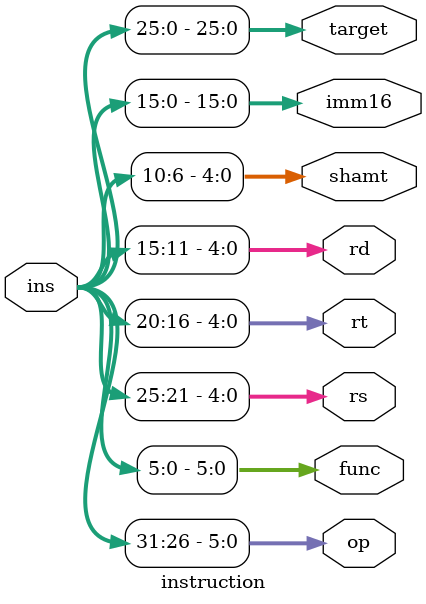
<source format=v>
module instruction(ins, op, rs, rt, rd, shamt, func, imm16, target);
    input[31:0] ins;

    output[5:0] op, func;
    output[4:0] rs, rt, rd, shamt;
    output[15:0] imm16;
    output[25:0] target;

    assign op = ins[31:26];
    assign rs = ins[25:21];
    assign rt = ins[20:16];
    assign rd = ins[15:11];
    assign shamt = ins[10:6];
    assign func = ins[5:0];
    assign imm16 = ins[15:0];
    assign target = ins[25:0];
endmodule
</source>
